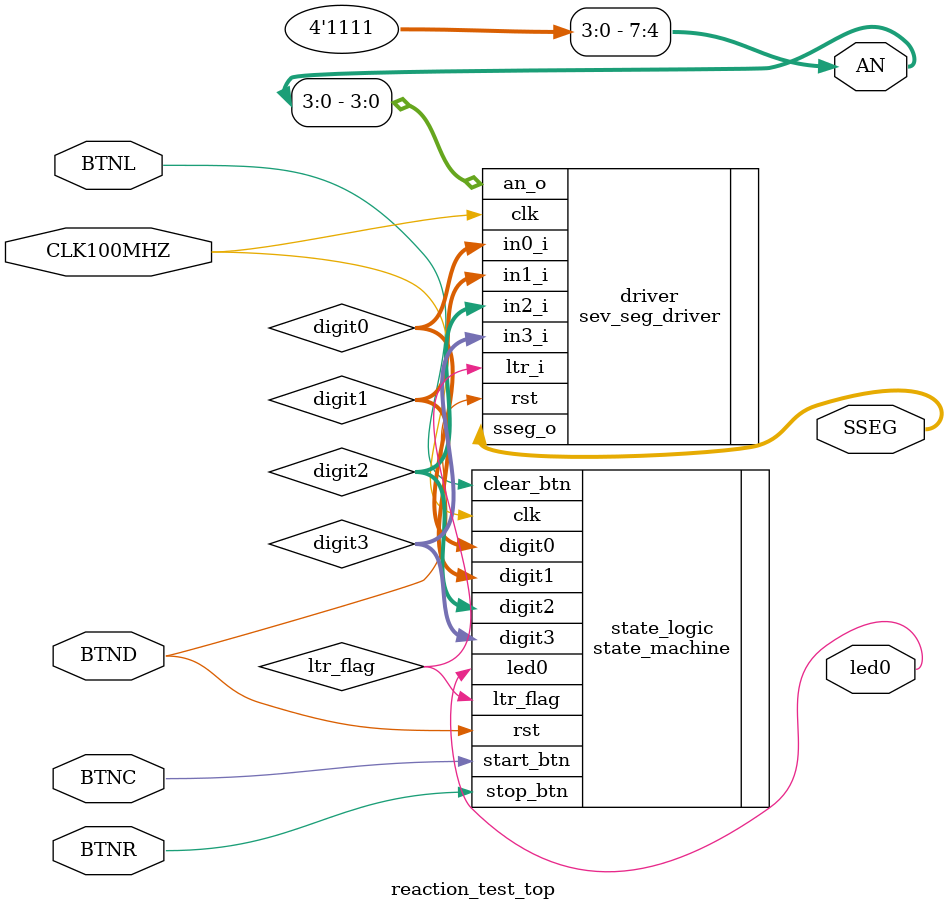
<source format=sv>
`timescale 1ns / 1ps

module reaction_test_top
(
    input logic BTNL, BTNC, BTNR, BTND, CLK100MHZ,
    output logic led0,
    output logic [7:0] AN, SSEG
);

    logic ltr_flag;
    logic [3:0] digit0, digit1, digit2, digit3;

    state_machine state_logic(.clk(CLK100MHZ), .rst(BTND), .start_btn(BTNC), .clear_btn(BTNL), .stop_btn(BTNR), .ltr_flag(ltr_flag), .digit0(digit0), .digit1(digit1), .digit2(digit2), .digit3(digit3), .led0(led0));
    sev_seg_driver driver(.clk(CLK100MHZ), .rst(BTND), .ltr_i(ltr_flag), .in3_i(digit3), .in2_i(digit2), .in1_i(digit1), .in0_i(digit0), .an_o(AN[3:0]), .sseg_o(SSEG));
    
    assign AN[7:4] = 4'b1111;

endmodule

</source>
